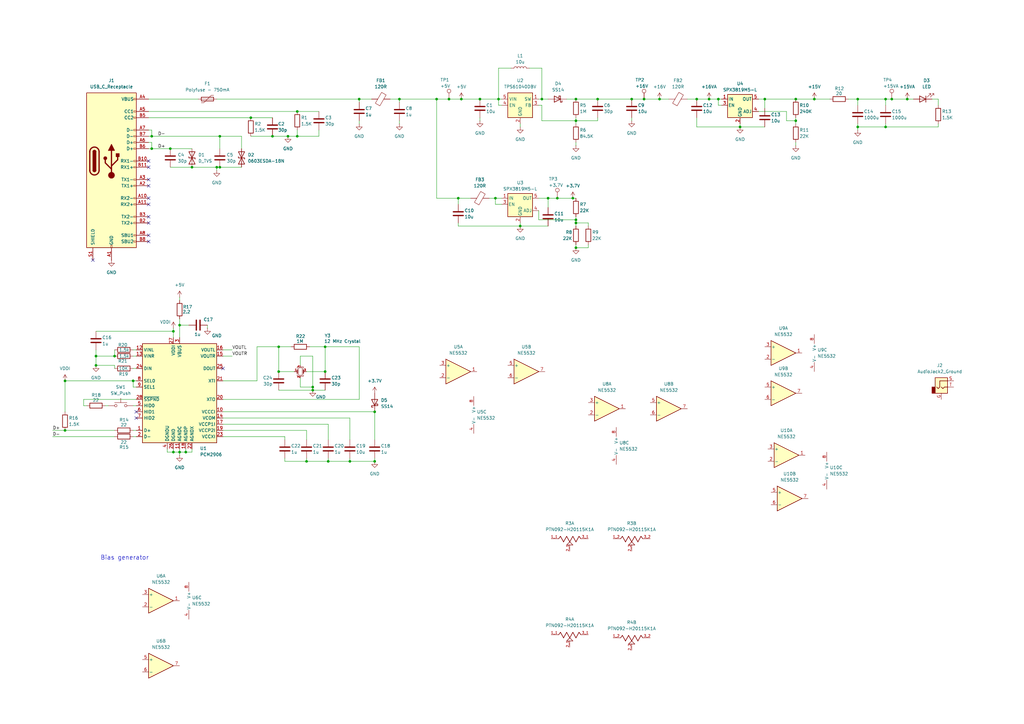
<source format=kicad_sch>
(kicad_sch (version 20250114) (generator "eeschema") (generator_version "9.0")
  (paper "A3")
  (text "Bias generator \n" (at 51.816 228.854 0) (effects (font (size 1.778 1.778))))
  (junction (at 204.47 40.64))
  (junction (at 39.37 149.86))
  (junction (at 236.22 49.53))
  (junction (at 245.11 40.64))
  (junction (at 313.69 40.64))
  (junction (at 118.11 55.88))
  (junction (at 134.62 189.23))
  (junction (at 62.23 55.88))
  (junction (at 90.17 68.58))
  (junction (at 224.79 81.28))
  (junction (at 143.51 189.23))
  (junction (at 189.23 40.64))
  (junction (at 184.15 40.64))
  (junction (at 102.87 48.26))
  (junction (at 54.61 156.21))
  (junction (at 71.12 135.89))
  (junction (at 114.3 142.24))
  (junction (at 46.99 146.05))
  (junction (at 236.22 91.44))
  (junction (at 90.17 55.88))
  (junction (at 290.83 40.64))
  (junction (at 351.79 52.07))
  (junction (at 111.76 55.88))
  (junction (at 153.67 189.23))
  (junction (at 222.25 40.64))
  (junction (at 179.07 40.64))
  (junction (at 196.85 40.64))
  (junction (at 39.37 146.05))
  (junction (at 363.22 40.64))
  (junction (at 270.51 40.64))
  (junction (at 121.92 45.72))
  (junction (at 114.3 152.4))
  (junction (at 128.27 158.75))
  (junction (at 228.6 81.28))
  (junction (at 334.01 40.64))
  (junction (at 351.79 40.64))
  (junction (at 147.32 40.64))
  (junction (at 264.16 40.64))
  (junction (at 76.2 185.42))
  (junction (at 285.75 40.64))
  (junction (at 128.27 160.02))
  (junction (at 234.95 81.28))
  (junction (at 365.76 40.64))
  (junction (at 71.12 185.42))
  (junction (at 326.39 40.64))
  (junction (at 326.39 49.53))
  (junction (at 26.67 156.21))
  (junction (at 187.96 81.28))
  (junction (at 203.2 81.28))
  (junction (at 236.22 101.6))
  (junction (at 372.11 40.64))
  (junction (at 236.22 90.17))
  (junction (at 294.64 40.64))
  (junction (at 26.67 176.53))
  (junction (at 163.83 40.64))
  (junction (at 153.67 168.91))
  (junction (at 73.66 185.42))
  (junction (at 88.9 68.58))
  (junction (at 121.92 55.88))
  (junction (at 133.35 142.24))
  (junction (at 363.22 52.07))
  (junction (at 62.23 60.96))
  (junction (at 259.08 40.64))
  (junction (at 125.73 189.23))
  (junction (at 73.66 133.35))
  (junction (at 133.35 152.4))
  (junction (at 213.36 92.71))
  (junction (at 78.74 68.58))
  (junction (at 303.53 52.07))
  (junction (at 69.85 60.96))
  (junction (at 236.22 40.64))
  (no_connect (at 60.96 66.04))
  (no_connect (at 60.96 96.52))
  (no_connect (at 55.88 168.91))
  (no_connect (at 38.1 106.68))
  (no_connect (at 60.96 99.06))
  (no_connect (at 60.96 76.2))
  (no_connect (at 60.96 73.66))
  (no_connect (at 60.96 88.9))
  (no_connect (at 60.96 68.58))
  (no_connect (at 60.96 81.28))
  (no_connect (at 60.96 83.82))
  (no_connect (at 55.88 171.45))
  (no_connect (at 60.96 91.44))
  (no_connect (at 91.44 151.13))
  (wire (pts (xy 105.41 142.24) (xy 114.3 142.24)))
  (wire (pts (xy 88.9 40.64) (xy 147.32 40.64)))
  (wire (pts (xy 125.73 152.4) (xy 133.35 152.4)))
  (wire (pts (xy 163.83 40.64) (xy 163.83 41.91)))
  (wire (pts (xy 241.3 101.6) (xy 241.3 100.33)))
  (wire (pts (xy 313.69 52.07) (xy 303.53 52.07)))
  (wire (pts (xy 143.51 187.96) (xy 143.51 189.23)))
  (wire (pts (xy 153.67 189.23) (xy 153.67 187.96)))
  (wire (pts (xy 62.23 55.88) (xy 90.17 55.88)))
  (wire (pts (xy 313.69 40.64) (xy 326.39 40.64)))
  (wire (pts (xy 54.61 176.53) (xy 55.88 176.53)))
  (wire (pts (xy 116.84 187.96) (xy 116.84 189.23)))
  (wire (pts (xy 163.83 50.8) (xy 163.83 49.53)))
  (wire (pts (xy 55.88 156.21) (xy 54.61 156.21)))
  (wire (pts (xy 55.88 163.83) (xy 34.29 163.83)))
  (wire (pts (xy 184.15 40.64) (xy 189.23 40.64)))
  (wire (pts (xy 111.76 55.88) (xy 118.11 55.88)))
  (wire (pts (xy 187.96 81.28) (xy 179.07 81.28)))
  (wire (pts (xy 236.22 48.26) (xy 236.22 49.53)))
  (wire (pts (xy 60.96 40.64) (xy 81.28 40.64)))
  (wire (pts (xy 71.12 185.42) (xy 73.66 185.42)))
  (wire (pts (xy 363.22 50.8) (xy 363.22 52.07)))
  (wire (pts (xy 313.69 40.64) (xy 313.69 44.45)))
  (wire (pts (xy 363.22 52.07) (xy 384.81 52.07)))
  (wire (pts (xy 128.27 146.05) (xy 128.27 158.75)))
  (wire (pts (xy 73.66 186.69) (xy 73.66 185.42)))
  (wire (pts (xy 21.59 179.07) (xy 46.99 179.07)))
  (wire (pts (xy 222.25 43.18) (xy 222.25 49.53)))
  (wire (pts (xy 236.22 58.42) (xy 236.22 59.69)))
  (wire (pts (xy 232.41 40.64) (xy 236.22 40.64)))
  (wire (pts (xy 133.35 142.24) (xy 133.35 152.4)))
  (wire (pts (xy 121.92 55.88) (xy 118.11 55.88)))
  (wire (pts (xy 73.66 130.81) (xy 73.66 133.35)))
  (wire (pts (xy 54.61 156.21) (xy 26.67 156.21)))
  (wire (pts (xy 125.73 180.34) (xy 125.73 176.53)))
  (wire (pts (xy 76.2 185.42) (xy 73.66 185.42)))
  (wire (pts (xy 99.06 55.88) (xy 90.17 55.88)))
  (wire (pts (xy 91.44 176.53) (xy 125.73 176.53)))
  (wire (pts (xy 384.81 40.64) (xy 382.27 40.64)))
  (wire (pts (xy 326.39 59.69) (xy 326.39 58.42)))
  (wire (pts (xy 236.22 101.6) (xy 241.3 101.6)))
  (wire (pts (xy 204.47 40.64) (xy 205.74 40.64)))
  (wire (pts (xy 90.17 68.58) (xy 99.06 68.58)))
  (wire (pts (xy 322.58 49.53) (xy 326.39 49.53)))
  (wire (pts (xy 62.23 53.34) (xy 62.23 55.88)))
  (wire (pts (xy 147.32 41.91) (xy 147.32 40.64)))
  (wire (pts (xy 311.15 45.72) (xy 322.58 45.72)))
  (wire (pts (xy 236.22 91.44) (xy 236.22 92.71)))
  (wire (pts (xy 228.6 81.28) (xy 234.95 81.28)))
  (wire (pts (xy 54.61 143.51) (xy 55.88 143.51)))
  (wire (pts (xy 102.87 48.26) (xy 111.76 48.26)))
  (wire (pts (xy 68.58 184.15) (xy 68.58 185.42)))
  (wire (pts (xy 374.65 40.64) (xy 372.11 40.64)))
  (wire (pts (xy 147.32 40.64) (xy 152.4 40.64)))
  (wire (pts (xy 143.51 180.34) (xy 143.51 171.45)))
  (wire (pts (xy 311.15 40.64) (xy 313.69 40.64)))
  (wire (pts (xy 351.79 52.07) (xy 363.22 52.07)))
  (wire (pts (xy 134.62 180.34) (xy 134.62 173.99)))
  (wire (pts (xy 236.22 49.53) (xy 245.11 49.53)))
  (wire (pts (xy 351.79 52.07) (xy 351.79 50.8)))
  (wire (pts (xy 222.25 40.64) (xy 220.98 40.64)))
  (wire (pts (xy 163.83 40.64) (xy 179.07 40.64)))
  (wire (pts (xy 295.91 43.18) (xy 294.64 43.18)))
  (wire (pts (xy 39.37 143.51) (xy 39.37 146.05)))
  (wire (pts (xy 285.75 40.64) (xy 290.83 40.64)))
  (wire (pts (xy 55.88 158.75) (xy 54.61 158.75)))
  (wire (pts (xy 39.37 135.89) (xy 71.12 135.89)))
  (wire (pts (xy 62.23 58.42) (xy 62.23 60.96)))
  (wire (pts (xy 46.99 143.51) (xy 46.99 146.05)))
  (wire (pts (xy 147.32 163.83) (xy 147.32 142.24)))
  (wire (pts (xy 179.07 81.28) (xy 179.07 40.64)))
  (wire (pts (xy 121.92 55.88) (xy 130.81 55.88)))
  (wire (pts (xy 127 142.24) (xy 133.35 142.24)))
  (wire (pts (xy 128.27 158.75) (xy 123.19 158.75)))
  (wire (pts (xy 224.79 81.28) (xy 228.6 81.28)))
  (wire (pts (xy 204.47 43.18) (xy 204.47 40.64)))
  (wire (pts (xy 21.59 176.53) (xy 26.67 176.53)))
  (wire (pts (xy 196.85 40.64) (xy 204.47 40.64)))
  (wire (pts (xy 236.22 40.64) (xy 245.11 40.64)))
  (wire (pts (xy 90.17 68.58) (xy 88.9 68.58)))
  (wire (pts (xy 102.87 55.88) (xy 111.76 55.88)))
  (wire (pts (xy 121.92 45.72) (xy 130.81 45.72)))
  (wire (pts (xy 351.79 40.64) (xy 351.79 43.18)))
  (wire (pts (xy 71.12 135.89) (xy 71.12 138.43)))
  (wire (pts (xy 26.67 156.21) (xy 26.67 168.91)))
  (wire (pts (xy 119.38 142.24) (xy 114.3 142.24)))
  (wire (pts (xy 294.64 40.64) (xy 295.91 40.64)))
  (wire (pts (xy 220.98 43.18) (xy 222.25 43.18)))
  (wire (pts (xy 123.19 146.05) (xy 123.19 149.86)))
  (wire (pts (xy 133.35 142.24) (xy 147.32 142.24)))
  (wire (pts (xy 78.74 185.42) (xy 76.2 185.42)))
  (wire (pts (xy 114.3 160.02) (xy 128.27 160.02)))
  (wire (pts (xy 39.37 146.05) (xy 46.99 146.05)))
  (wire (pts (xy 205.74 43.18) (xy 204.47 43.18)))
  (wire (pts (xy 187.96 92.71) (xy 213.36 92.71)))
  (wire (pts (xy 241.3 92.71) (xy 241.3 91.44)))
  (wire (pts (xy 60.96 60.96) (xy 62.23 60.96)))
  (wire (pts (xy 46.99 149.86) (xy 39.37 149.86)))
  (wire (pts (xy 213.36 92.71) (xy 213.36 91.44)))
  (wire (pts (xy 60.96 48.26) (xy 102.87 48.26)))
  (wire (pts (xy 60.96 58.42) (xy 62.23 58.42)))
  (wire (pts (xy 303.53 52.07) (xy 303.53 50.8)))
  (wire (pts (xy 91.44 163.83) (xy 147.32 163.83)))
  (wire (pts (xy 224.79 81.28) (xy 224.79 85.09)))
  (wire (pts (xy 259.08 48.26) (xy 259.08 49.53)))
  (wire (pts (xy 91.44 179.07) (xy 116.84 179.07)))
  (wire (pts (xy 68.58 185.42) (xy 71.12 185.42)))
  (wire (pts (xy 73.66 185.42) (xy 73.66 184.15)))
  (wire (pts (xy 116.84 180.34) (xy 116.84 179.07)))
  (wire (pts (xy 236.22 90.17) (xy 236.22 91.44)))
  (wire (pts (xy 285.75 52.07) (xy 303.53 52.07)))
  (wire (pts (xy 46.99 151.13) (xy 46.99 149.86)))
  (wire (pts (xy 203.2 83.82) (xy 203.2 81.28)))
  (wire (pts (xy 69.85 60.96) (xy 78.74 60.96)))
  (wire (pts (xy 322.58 45.72) (xy 322.58 49.53)))
  (wire (pts (xy 69.85 68.58) (xy 78.74 68.58)))
  (wire (pts (xy 73.66 133.35) (xy 77.47 133.35)))
  (wire (pts (xy 365.76 40.64) (xy 372.11 40.64)))
  (wire (pts (xy 236.22 101.6) (xy 236.22 100.33)))
  (wire (pts (xy 114.3 142.24) (xy 114.3 152.4)))
  (wire (pts (xy 351.79 53.34) (xy 351.79 52.07)))
  (wire (pts (xy 34.29 166.37) (xy 35.56 166.37)))
  (wire (pts (xy 363.22 40.64) (xy 365.76 40.64)))
  (wire (pts (xy 54.61 151.13) (xy 55.88 151.13)))
  (wire (pts (xy 60.96 45.72) (xy 121.92 45.72)))
  (wire (pts (xy 134.62 189.23) (xy 143.51 189.23)))
  (wire (pts (xy 76.2 184.15) (xy 76.2 185.42)))
  (wire (pts (xy 363.22 40.64) (xy 363.22 43.18)))
  (wire (pts (xy 90.17 55.88) (xy 90.17 60.96)))
  (wire (pts (xy 220.98 90.17) (xy 236.22 90.17)))
  (wire (pts (xy 91.44 173.99) (xy 134.62 173.99)))
  (wire (pts (xy 71.12 184.15) (xy 71.12 185.42)))
  (wire (pts (xy 114.3 152.4) (xy 120.65 152.4)))
  (wire (pts (xy 88.9 68.58) (xy 88.9 69.85)))
  (wire (pts (xy 234.95 81.28) (xy 236.22 81.28)))
  (wire (pts (xy 187.96 92.71) (xy 187.96 91.44)))
  (wire (pts (xy 91.44 146.05) (xy 95.25 146.05)))
  (wire (pts (xy 205.74 83.82) (xy 203.2 83.82)))
  (wire (pts (xy 121.92 55.88) (xy 121.92 53.34)))
  (wire (pts (xy 241.3 91.44) (xy 236.22 91.44)))
  (wire (pts (xy 54.61 146.05) (xy 55.88 146.05)))
  (wire (pts (xy 213.36 52.07) (xy 213.36 50.8)))
  (wire (pts (xy 351.79 40.64) (xy 363.22 40.64)))
  (wire (pts (xy 99.06 60.96) (xy 99.06 55.88)))
  (wire (pts (xy 193.04 81.28) (xy 187.96 81.28)))
  (wire (pts (xy 60.96 53.34) (xy 62.23 53.34)))
  (wire (pts (xy 179.07 40.64) (xy 184.15 40.64)))
  (wire (pts (xy 91.44 168.91) (xy 153.67 168.91)))
  (wire (pts (xy 213.36 92.71) (xy 224.79 92.71)))
  (wire (pts (xy 26.67 176.53) (xy 46.99 176.53)))
  (wire (pts (xy 78.74 184.15) (xy 78.74 185.42)))
  (wire (pts (xy 264.16 40.64) (xy 270.51 40.64)))
  (wire (pts (xy 236.22 49.53) (xy 236.22 50.8)))
  (wire (pts (xy 78.74 68.58) (xy 88.9 68.58)))
  (wire (pts (xy 384.81 50.8) (xy 384.81 52.07)))
  (wire (pts (xy 270.51 40.64) (xy 274.32 40.64)))
  (wire (pts (xy 143.51 189.23) (xy 153.67 189.23)))
  (wire (pts (xy 128.27 160.02) (xy 128.27 158.75)))
  (wire (pts (xy 91.44 143.51) (xy 95.25 143.51)))
  (wire (pts (xy 196.85 49.53) (xy 196.85 48.26)))
  (wire (pts (xy 326.39 40.64) (xy 334.01 40.64)))
  (wire (pts (xy 130.81 55.88) (xy 130.81 53.34)))
  (wire (pts (xy 285.75 48.26) (xy 285.75 52.07)))
  (wire (pts (xy 334.01 40.64) (xy 340.36 40.64)))
  (wire (pts (xy 347.98 40.64) (xy 351.79 40.64)))
  (wire (pts (xy 43.18 166.37) (xy 44.45 166.37)))
  (wire (pts (xy 62.23 60.96) (xy 69.85 60.96)))
  (wire (pts (xy 128.27 160.02) (xy 133.35 160.02)))
  (wire (pts (xy 290.83 40.64) (xy 294.64 40.64)))
  (wire (pts (xy 326.39 49.53) (xy 326.39 50.8)))
  (wire (pts (xy 236.22 88.9) (xy 236.22 90.17)))
  (wire (pts (xy 85.09 134.62) (xy 85.09 133.35)))
  (wire (pts (xy 203.2 81.28) (xy 205.74 81.28)))
  (wire (pts (xy 187.96 81.28) (xy 187.96 83.82)))
  (wire (pts (xy 326.39 48.26) (xy 326.39 49.53)))
  (wire (pts (xy 294.64 43.18) (xy 294.64 40.64)))
  (wire (pts (xy 54.61 158.75) (xy 54.61 156.21)))
  (wire (pts (xy 116.84 189.23) (xy 125.73 189.23)))
  (wire (pts (xy 105.41 156.21) (xy 91.44 156.21)))
  (wire (pts (xy 71.12 134.62) (xy 71.12 135.89)))
  (wire (pts (xy 153.67 168.91) (xy 153.67 180.34)))
  (wire (pts (xy 200.66 81.28) (xy 203.2 81.28)))
  (wire (pts (xy 54.61 179.07) (xy 55.88 179.07)))
  (wire (pts (xy 220.98 81.28) (xy 224.79 81.28)))
  (wire (pts (xy 160.02 40.64) (xy 163.83 40.64)))
  (wire (pts (xy 189.23 40.64) (xy 196.85 40.64)))
  (wire (pts (xy 60.96 55.88) (xy 62.23 55.88)))
  (wire (pts (xy 384.81 43.18) (xy 384.81 40.64)))
  (wire (pts (xy 147.32 50.8) (xy 147.32 49.53)))
  (wire (pts (xy 222.25 40.64) (xy 224.79 40.64)))
  (wire (pts (xy 281.94 40.64) (xy 285.75 40.64)))
  (wire (pts (xy 259.08 40.64) (xy 264.16 40.64)))
  (wire (pts (xy 134.62 187.96) (xy 134.62 189.23)))
  (wire (pts (xy 54.61 166.37) (xy 55.88 166.37)))
  (wire (pts (xy 245.11 48.26) (xy 245.11 49.53)))
  (wire (pts (xy 209.55 27.94) (xy 204.47 27.94)))
  (wire (pts (xy 204.47 27.94) (xy 204.47 40.64)))
  (wire (pts (xy 222.25 27.94) (xy 222.25 40.64)))
  (wire (pts (xy 220.98 86.36) (xy 220.98 90.17)))
  (wire (pts (xy 125.73 189.23) (xy 134.62 189.23)))
  (wire (pts (xy 123.19 146.05) (xy 128.27 146.05)))
  (wire (pts (xy 105.41 142.24) (xy 105.41 156.21)))
  (wire (pts (xy 217.17 27.94) (xy 222.25 27.94)))
  (wire (pts (xy 123.19 154.94) (xy 123.19 158.75)))
  (wire (pts (xy 222.25 49.53) (xy 236.22 49.53)))
  (wire (pts (xy 34.29 163.83) (xy 34.29 166.37)))
  (wire (pts (xy 73.66 123.19) (xy 73.66 121.92)))
  (wire (pts (xy 39.37 146.05) (xy 39.37 149.86)))
  (wire (pts (xy 245.11 40.64) (xy 259.08 40.64)))
  (wire (pts (xy 73.66 133.35) (xy 73.66 138.43)))
  (wire (pts (xy 91.44 171.45) (xy 143.51 171.45)))
  (wire (pts (xy 125.73 187.96) (xy 125.73 189.23)))
  (label "D+" (at 21.59 176.53 0))
  (label "D-" (at 21.59 179.07 0))
  (label "D-" (at 64.77 55.88 0))
  (label "VOUTL" (at 95.25 143.51 0))
  (label "VOUTR" (at 95.25 146.05 0))
  (label "D+" (at 64.77 60.96 0))
  (symbol (lib_id "power:+3.3V") (at 270.51 40.64 0) (unit 1)
    (property "Reference" "#PWR014" (effects (hide yes)))
    (property "Value" "+16V" (at 270.51 35.56 0))
    (property "Description" "Power symbol creates a global label with name \"+3.3V\"" (effects (hide yes)))
  )
  (symbol (lib_id "power:GND") (at 45.72 106.68 0) (unit 1)
    (property "Reference" "#PWR06" (effects (hide yes)))
    (property "Value" "GND" (at 45.72 111.76 0))
    (property "Description" "Power symbol creates a global label with name \"GND\" , ground" (effects (hide yes)))
  )
  (symbol (lib_id "Amplifier_Operational:NE5532") (at 187.96 152.4 0) (unit 1)
    (property "Reference" "U5" (at 187.96 142.24 0))
    (property "Value" "NE5532" (at 187.96 144.78 0))
    (property "Datasheet" "http://www.ti.com/lit/ds/symlink/ne5532.pdf" (effects (hide yes)))
    (property "Description" "Dual Low-Noise Operational Amplifiers, DIP-8/SOIC-8" (effects (hide yes)))
  )
  (symbol (lib_id "Amplifier_Operational:NE5532") (at 323.85 204.47 0) (unit 2)
    (property "Reference" "U10" (at 323.85 194.31 0))
    (property "Value" "NE5532" (at 323.85 196.85 0))
    (property "Datasheet" "http://www.ti.com/lit/ds/symlink/ne5532.pdf" (effects (hide yes)))
    (property "Description" "Dual Low-Noise Operational Amplifiers, DIP-8/SOIC-8" (effects (hide yes)))
  )
  (symbol (lib_id "power:GND") (at 85.09 134.62 0) (unit 1)
    (property "Reference" "#PWR026" (effects (hide yes)))
    (property "Value" "GND" (at 88.9 137.668 0))
    (property "Description" "Power symbol creates a global label with name \"GND\" , ground" (effects (hide yes)))
  )
  (symbol (lib_id "power:+3.3V") (at 290.83 40.64 0) (unit 1)
    (property "Reference" "#PWR021" (effects (hide yes)))
    (property "Value" "+16VA" (at 290.83 35.56 0))
    (property "Description" "Power symbol creates a global label with name \"+3.3V\"" (effects (hide yes)))
  )
  (symbol (lib_id "power:GND") (at 118.11 55.88 0) (unit 1)
    (property "Reference" "#PWR01" (effects (hide yes)))
    (property "Value" "GND" (at 118.11 60.96 0))
    (property "Description" "Power symbol creates a global label with name \"GND\" , ground" (effects (hide yes)))
  )
  (symbol (lib_id "Device:C") (at 39.37 139.7 0) (unit 1)
    (property "Reference" "C16" (at 41.91 138.43 0) (effects (justify left)))
    (property "Value" "1u" (at 41.91 140.97 0) (effects (justify left)))
    (property "Description" "Unpolarized capacitor" (effects (hide yes)))
  )
  (symbol (lib_id "Device:FerriteBead") (at 278.13 40.64 90) (unit 1)
    (property "Reference" "FB2" (at 278.0792 33.02 90))
    (property "Value" "120R" (at 278.0792 35.56 90))
    (property "Description" "Ferrite bead" (effects (hide yes)))
  )
  (symbol (lib_id "Amplifier_Operational:NE5532") (at 322.58 186.69 0) (unit 1)
    (property "Reference" "U10" (at 322.58 176.53 0))
    (property "Value" "NE5532" (at 322.58 179.07 0))
    (property "Datasheet" "http://www.ti.com/lit/ds/symlink/ne5532.pdf" (effects (hide yes)))
    (property "Description" "Dual Low-Noise Operational Amplifiers, DIP-8/SOIC-8" (effects (hide yes)))
  )
  (symbol (lib_id "Amplifier_Operational:NE5532") (at 336.55 144.78 0) (unit 3)
    (property "Reference" "U9" (at 335.28 143.5099 0) (effects (justify left)))
    (property "Value" "NE5532" (at 335.28 146.0499 0) (effects (justify left)))
    (property "Datasheet" "http://www.ti.com/lit/ds/symlink/ne5532.pdf" (effects (hide yes)))
    (property "Description" "Dual Low-Noise Operational Amplifiers, DIP-8/SOIC-8" (effects (hide yes)))
  )
  (symbol (lib_id "Device:R") (at 26.67 172.72 0) (unit 1)
    (property "Reference" "R16" (at 28.194 171.45 0) (effects (justify left)))
    (property "Value" "1.5K" (at 28.194 173.99 0) (effects (justify left)))
    (property "Description" "Resistor" (effects (hide yes)))
  )
  (symbol (lib_id "Connector:USB_C_Receptacle") (at 45.72 66.04 0) (unit 1)
    (property "Reference" "J1" (at 45.72 33.02 0))
    (property "Value" "USB_C_Receptacle" (at 45.72 35.56 0))
    (property "Datasheet" "https://www.usb.org/sites/default/files/documents/usb_type-c.zip" (effects (hide yes)))
    (property "Description" "USB Full-Featured Type-C Receptacle connector" (effects (hide yes)))
  )
  (symbol (lib_id "Device:D_TVS") (at 99.06 64.77 90) (unit 1)
    (property "Reference" "D2" (at 101.6 63.4999 90) (effects (justify right)))
    (property "Value" "0603ESDA-18N" (at 101.6 66.0399 90) (effects (justify right)))
    (property "Description" "Bidirectional transient-voltage-suppression diode" (effects (hide yes)))
  )
  (symbol (lib_id "Amplifier_Operational:NE5532") (at 215.9 152.4 0) (unit 2)
    (property "Reference" "U5" (at 215.9 142.24 0))
    (property "Value" "NE5532" (at 215.9 144.78 0))
    (property "Datasheet" "http://www.ti.com/lit/ds/symlink/ne5532.pdf" (effects (hide yes)))
    (property "Description" "Dual Low-Noise Operational Amplifiers, DIP-8/SOIC-8" (effects (hide yes)))
  )
  (symbol (lib_id "power:GND") (at 128.27 160.02 0) (unit 1)
    (property "Reference" "#PWR029" (effects (hide yes)))
    (property "Value" "GND" (at 131.572 162.814 0))
    (property "Description" "Power symbol creates a global label with name \"GND\" , ground" (effects (hide yes)))
  )
  (symbol (lib_id "Amplifier_Operational:NE5532") (at 321.31 161.29 0) (unit 2)
    (property "Reference" "U9" (at 321.31 151.13 0))
    (property "Value" "NE5532" (at 321.31 153.67 0))
    (property "Datasheet" "http://www.ti.com/lit/ds/symlink/ne5532.pdf" (effects (hide yes)))
    (property "Description" "Dual Low-Noise Operational Amplifiers, DIP-8/SOIC-8" (effects (hide yes)))
  )
  (symbol (lib_id "power:GND") (at 213.36 52.07 0) (unit 1)
    (property "Reference" "#PWR08" (effects (hide yes)))
    (property "Value" "GND" (at 213.36 57.15 0))
    (property "Description" "Power symbol creates a global label with name \"GND\" , ground" (effects (hide yes)))
  )
  (symbol (lib_id "Regulator_Linear:SPX3819M5-L") (at 213.36 83.82 0) (unit 1)
    (property "Reference" "U3" (at 213.36 74.93 0))
    (property "Value" "SPX3819M5-L" (at 213.36 77.47 0))
    (property "Footprint" "Package_TO_SOT_SMD:SOT-23-5" (effects (hide yes)))
    (property "Datasheet" "https://www.exar.com/content/document.ashx?id=22106&languageid=1033&type=Datasheet&partnumber=SPX3819&filename=SPX3819.pdf&part=SPX3819" (effects (hide yes)))
    (property "Description" "500mA Low drop-out regulator, Adjustable, SOT-23-5" (effects (hide yes)))
  )
  (symbol (lib_id "PTN092-H20115K1A:PTN092-H20115K1A") (at 233.68 260.35 0) (unit 1)
    (property "Reference" "R4" (at 233.68 254 0))
    (property "Value" "PTN092-H20115K1A" (at 233.68 256.54 0))
    (property "Footprint" "PTN092-H20115K1A:TRIM_PTN092-H20115K1A" (effects (hide yes)))
    (property "DigiKey_Part_Number" "2223-PTN092-H20115K1A-ND" (effects (hide yes)))
    (property "SnapEDA_Link" "https://www.snapeda.com/parts/PTN092-H20115K1A/Same+Sky/view-part/?ref=snap" (effects (hide yes)))
    (property "MAXIMUM_PACKAGE_HEIGHT" "11.3mm" (effects (hide yes)))
    (property "Package" "Package" (effects (hide yes)))
    (property "Check_prices" "https://www.snapeda.com/parts/PTN092-H20115K1A/Same+Sky/view-part/?ref=eda" (effects (hide yes)))
    (property "STANDARD" "Manufacturer Recommendations" (effects (hide yes)))
    (property "PARTREV" "1.01" (effects (hide yes)))
    (property "MF" "Same Sky" (effects (hide yes)))
    (property "MP" "PTN092-H20115K1A" (effects (hide yes)))
    (property "Description_1" "20k Ohm 2 Gang Logarithmic Panel Mount Potentiometer 1.0 Turns Carbon 0.05W, 1/20W PC Pins, Board Locks" (effects (hide yes)))
    (property "MANUFACTURER" "Same Sky" (effects (hide yes)))
  )
  (symbol (lib_id "power:GND") (at 163.83 50.8 0) (unit 1)
    (property "Reference" "#PWR05" (effects (hide yes)))
    (property "Value" "GND" (at 163.83 55.88 0))
    (property "Description" "Power symbol creates a global label with name \"GND\" , ground" (effects (hide yes)))
  )
  (symbol (lib_id "Regulator_Linear:SPX3819M5-L") (at 303.53 43.18 0) (unit 1)
    (property "Reference" "U4" (at 303.53 34.29 0))
    (property "Value" "SPX3819M5-L" (at 303.53 36.83 0))
    (property "Footprint" "Package_TO_SOT_SMD:SOT-23-5" (effects (hide yes)))
    (property "Datasheet" "https://www.exar.com/content/document.ashx?id=22106&languageid=1033&type=Datasheet&partnumber=SPX3819&filename=SPX3819.pdf&part=SPX3819" (effects (hide yes)))
    (property "Description" "500mA Low drop-out regulator, Adjustable, SOT-23-5" (effects (hide yes)))
  )
  (symbol (lib_id "Device:FerriteBead") (at 196.85 81.28 90) (unit 1)
    (property "Reference" "FB3" (at 196.7992 73.66 90))
    (property "Value" "120R" (at 196.7992 76.2 90))
    (property "Description" "Ferrite bead" (effects (hide yes)))
  )
  (symbol (lib_id "Device:C") (at 196.85 44.45 0) (unit 1)
    (property "Reference" "C1" (at 199.39 43.18 0) (effects (justify left)))
    (property "Value" "10u" (at 199.39 45.72 0) (effects (justify left)))
    (property "Description" "Unpolarized capacitor" (effects (hide yes)))
  )
  (symbol (lib_id "Connector:TestPoint") (at 228.6 81.28 0) (unit 1)
    (property "Reference" "TP3" (at 225.044 73.406 0) (effects (justify left)))
    (property "Value" "+3.7V" (at 225.044 75.946 0) (effects (justify left)))
    (property "Description" "test point" (effects (hide yes)))
  )
  (symbol (lib_id "Device:R") (at 50.8 143.51 90) (unit 1)
    (property "Reference" "R20" (at 52.324 141.478 90) (effects (justify left)))
    (property "Value" "1.5k" (at 53.086 143.51 90) (effects (justify left)))
    (property "Description" "Resistor" (effects (hide yes)))
  )
  (symbol (lib_id "Device:D_TVS") (at 78.74 64.77 90) (unit 1)
    (property "Reference" "D1" (at 81.28 63.4999 90) (effects (justify right)))
    (property "Value" "D_TVS" (at 81.28 66.0399 90) (effects (justify right)))
    (property "Description" "Bidirectional transient-voltage-suppression diode" (effects (hide yes)))
  )
  (symbol (lib_id "Amplifier_Operational:NE5532") (at 80.01 246.38 0) (unit 3)
    (property "Reference" "U6" (at 78.74 245.1099 0) (effects (justify left)))
    (property "Value" "NE5532" (at 78.74 247.6499 0) (effects (justify left)))
    (property "Datasheet" "http://www.ti.com/lit/ds/symlink/ne5532.pdf" (effects (hide yes)))
    (property "Description" "Dual Low-Noise Operational Amplifiers, DIP-8/SOIC-8" (effects (hide yes)))
  )
  (symbol (lib_id "Device:R") (at 50.8 151.13 90) (unit 1)
    (property "Reference" "R19" (at 52.578 153.416 90) (effects (justify left)))
    (property "Value" "10K" (at 52.578 151.13 90) (effects (justify left)))
    (property "Description" "Resistor" (effects (hide yes)))
  )
  (symbol (lib_id "power:+3.3V") (at 153.67 161.29 0) (unit 1)
    (property "Reference" "#PWR027" (effects (hide yes)))
    (property "Value" "+3.7V" (at 153.67 156.21 0))
    (property "Description" "Power symbol creates a global label with name \"+3.3V\"" (effects (hide yes)))
  )
  (symbol (lib_id "Device:C") (at 153.67 184.15 0) (unit 1)
    (property "Reference" "C18" (at 156.21 182.88 0) (effects (justify left)))
    (property "Value" "1u" (at 156.21 185.42 0) (effects (justify left)))
    (property "Description" "Unpolarized capacitor" (effects (hide yes)))
  )
  (symbol (lib_id "Device:C") (at 187.96 87.63 0) (unit 1)
    (property "Reference" "C10" (at 190.5 86.36 0) (effects (justify left)))
    (property "Value" "10u" (at 190.5 88.9 0) (effects (justify left)))
    (property "Description" "Unpolarized capacitor" (effects (hide yes)))
  )
  (symbol (lib_id "Device:R") (at 102.87 52.07 0) (unit 1)
    (property "Reference" "R2" (at 104.394 50.8 0) (effects (justify left)))
    (property "Value" "1.5K" (at 104.394 53.34 0) (effects (justify left)))
    (property "Description" "Resistor" (effects (hide yes)))
  )
  (symbol (lib_id "power:+3.3V") (at 189.23 40.64 0) (unit 1)
    (property "Reference" "#PWR013" (effects (hide yes)))
    (property "Value" "+5V" (at 189.23 35.56 0))
    (property "Description" "Power symbol creates a global label with name \"+3.3V\"" (effects (hide yes)))
  )
  (symbol (lib_id "Audio:PCM2902") (at 73.66 161.29 0) (unit 1)
    (property "Reference" "U1" (at 82.042 183.896 0) (effects (justify left)))
    (property "Value" "PCM2906" (at 82.042 186.436 0) (effects (justify left)))
    (property "Footprint" "Package_SO:SSOP-28_5.3x10.2mm_P0.65mm" (effects (hide yes)))
    (property "Datasheet" "http://www.ti.com/lit/ds/symlink/pcm2902c.pdf" (effects (hide yes)))
    (property "Description" "Stereo Audio Codec with USB interface, Analog Input/Output, and S/PDIF, SSOP-28" (effects (hide yes)))
  )
  (symbol (lib_id "Device:R") (at 236.22 44.45 0) (unit 1)
    (property "Reference" "R5" (at 237.744 43.18 0) (effects (justify left)))
    (property "Value" "1M" (at 237.744 45.72 0) (effects (justify left)))
    (property "Description" "Resistor" (effects (hide yes)))
  )
  (symbol (lib_id "Device:LED") (at 378.46 40.64 180) (unit 1)
    (property "Reference" "D3" (at 380.0475 33.02 0))
    (property "Value" "LED" (at 380.0475 35.56 0))
    (property "Description" "Light emitting diode" (effects (hide yes)))
    (property "Sim.Pins" "1=K 2=A" (effects (hide yes)))
  )
  (symbol (lib_id "Device:L") (at 213.36 27.94 90) (unit 1)
    (property "Reference" "L1" (at 213.36 22.86 90))
    (property "Value" "10u" (at 213.36 25.4 90))
    (property "Description" "Inductor" (effects (hide yes)))
  )
  (symbol (lib_id "Amplifier_Operational:NE5532") (at 196.85 170.18 0) (unit 3)
    (property "Reference" "U5" (at 195.58 168.9099 0) (effects (justify left)))
    (property "Value" "NE5532" (at 195.58 171.4499 0) (effects (justify left)))
    (property "Datasheet" "http://www.ti.com/lit/ds/symlink/ne5532.pdf" (effects (hide yes)))
    (property "Description" "Dual Low-Noise Operational Amplifiers, DIP-8/SOIC-8" (effects (hide yes)))
  )
  (symbol (lib_id "Device:C") (at 147.32 45.72 0) (unit 1)
    (property "Reference" "C7" (at 149.86 44.45 0) (effects (justify left)))
    (property "Value" "1u" (at 149.86 46.99 0) (effects (justify left)))
    (property "Description" "Unpolarized capacitor" (effects (hide yes)))
  )
  (symbol (lib_id "Device:R") (at 236.22 96.52 0) (mirror y) (unit 1)
    (property "Reference" "R8" (at 234.696 95.25 0) (effects (justify left)))
    (property "Value" "22K" (at 234.696 97.79 0) (effects (justify left)))
    (property "Description" "Resistor" (effects (hide yes)))
  )
  (symbol (lib_id "power:+3.3V") (at 334.01 40.64 0) (unit 1)
    (property "Reference" "#PWR019" (effects (hide yes)))
    (property "Value" "+15V" (at 334.01 35.56 0))
    (property "Description" "Power symbol creates a global label with name \"+3.3V\"" (effects (hide yes)))
  )
  (symbol (lib_id "Device:C") (at 224.79 88.9 0) (unit 1)
    (property "Reference" "C11" (at 227.33 87.63 0) (effects (justify left)))
    (property "Value" "10u" (at 227.33 90.17 0) (effects (justify left)))
    (property "Description" "Unpolarized capacitor" (effects (hide yes)))
  )
  (symbol (lib_id "Device:C") (at 90.17 64.77 0) (unit 1)
    (property "Reference" "C5" (at 92.964 63.5 0) (effects (justify left)))
    (property "Value" "30p" (at 92.964 66.04 0) (effects (justify left)))
    (property "Description" "Unpolarized capacitor" (effects (hide yes)))
  )
  (symbol (lib_id "Amplifier_Operational:NE5532") (at 66.04 246.38 0) (unit 1)
    (property "Reference" "U6" (at 66.04 236.22 0))
    (property "Value" "NE5532" (at 66.04 238.76 0))
    (property "Datasheet" "http://www.ti.com/lit/ds/symlink/ne5532.pdf" (effects (hide yes)))
    (property "Description" "Dual Low-Noise Operational Amplifiers, DIP-8/SOIC-8" (effects (hide yes)))
  )
  (symbol (lib_id "Regulator_Switching:TPS61040DBV") (at 213.36 43.18 0) (unit 1)
    (property "Reference" "U2" (at 213.36 33.02 0))
    (property "Value" "TPS61040DBV" (at 213.36 35.56 0))
    (property "Footprint" "Package_TO_SOT_SMD:SOT-23-5" (effects (hide yes)))
    (property "Datasheet" "http://www.ti.com/lit/ds/symlink/tps61040.pdf" (effects (hide yes)))
    (property "Description" "Synchronous Boost Regulator, Adjustable Output up to 28V, 400 mA Switch Current Limit, SOT-23-5" (effects (hide yes)))
  )
  (symbol (lib_id "Device:R") (at 123.19 142.24 90) (unit 1)
    (property "Reference" "R22" (at 125.222 137.922 90) (effects (justify left)))
    (property "Value" "1M" (at 124.46 139.954 90) (effects (justify left)))
    (property "Description" "Resistor" (effects (hide yes)))
  )
  (symbol (lib_id "Amplifier_Operational:NE5532") (at 255.27 182.88 0) (unit 3)
    (property "Reference" "U8" (at 254 181.6099 0) (effects (justify left)))
    (property "Value" "NE5532" (at 254 184.1499 0) (effects (justify left)))
    (property "Datasheet" "http://www.ti.com/lit/ds/symlink/ne5532.pdf" (effects (hide yes)))
    (property "Description" "Dual Low-Noise Operational Amplifiers, DIP-8/SOIC-8" (effects (hide yes)))
  )
  (symbol (lib_id "power:GND") (at 153.67 189.23 0) (unit 1)
    (property "Reference" "#PWR028" (effects (hide yes)))
    (property "Value" "GND" (at 153.67 194.31 0))
    (property "Description" "Power symbol creates a global label with name \"GND\" , ground" (effects (hide yes)))
  )
  (symbol (lib_id "power:GND") (at 303.53 52.07 0) (unit 1)
    (property "Reference" "#PWR016" (effects (hide yes)))
    (property "Value" "GND" (at 303.53 57.15 0))
    (property "Description" "Power symbol creates a global label with name \"GND\" , ground" (effects (hide yes)))
  )
  (symbol (lib_id "Device:C") (at 125.73 184.15 0) (unit 1)
    (property "Reference" "C21" (at 128.27 182.88 0) (effects (justify left)))
    (property "Value" "1u" (at 128.27 185.42 0) (effects (justify left)))
    (property "Description" "Unpolarized capacitor" (effects (hide yes)))
  )
  (symbol (lib_id "power:GND") (at 73.66 186.69 0) (unit 1)
    (property "Reference" "#PWR02" (effects (hide yes)))
    (property "Value" "GND" (at 73.66 191.77 0))
    (property "Description" "Power symbol creates a global label with name \"GND\" , ground" (effects (hide yes)))
  )
  (symbol (lib_id "Device:R") (at 39.37 166.37 90) (unit 1)
    (property "Reference" "R18" (at 41.402 162.052 90) (effects (justify left)))
    (property "Value" "22" (at 40.64 164.084 90) (effects (justify left)))
    (property "Description" "Resistor" (effects (hide yes)))
  )
  (symbol (lib_id "Device:C") (at 351.79 46.99 0) (unit 1)
    (property "Reference" "C14" (at 354.33 45.72 0) (effects (justify left)))
    (property "Value" "1000u" (at 354.33 48.26 0) (effects (justify left)))
    (property "Description" "Unpolarized capacitor" (effects (hide yes)))
  )
  (symbol (lib_id "PTN092-H20115K1A:PTN092-H20115K1A") (at 259.08 220.98 0) (unit 2)
    (property "Reference" "R3" (at 259.08 214.63 0))
    (property "Value" "PTN092-H20115K1A" (at 259.08 217.17 0))
    (property "Footprint" "PTN092-H20115K1A:TRIM_PTN092-H20115K1A" (effects (hide yes)))
    (property "DigiKey_Part_Number" "2223-PTN092-H20115K1A-ND" (effects (hide yes)))
    (property "SnapEDA_Link" "https://www.snapeda.com/parts/PTN092-H20115K1A/Same+Sky/view-part/?ref=snap" (effects (hide yes)))
    (property "MAXIMUM_PACKAGE_HEIGHT" "11.3mm" (effects (hide yes)))
    (property "Package" "Package" (effects (hide yes)))
    (property "Check_prices" "https://www.snapeda.com/parts/PTN092-H20115K1A/Same+Sky/view-part/?ref=eda" (effects (hide yes)))
    (property "STANDARD" "Manufacturer Recommendations" (effects (hide yes)))
    (property "PARTREV" "1.01" (effects (hide yes)))
    (property "MF" "Same Sky" (effects (hide yes)))
    (property "MP" "PTN092-H20115K1A" (effects (hide yes)))
    (property "Description_1" "20k Ohm 2 Gang Logarithmic Panel Mount Potentiometer 1.0 Turns Carbon 0.05W, 1/20W PC Pins, Board Locks" (effects (hide yes)))
    (property "MANUFACTURER" "Same Sky" (effects (hide yes)))
  )
  (symbol (lib_id "Connector:TestPoint") (at 184.15 40.64 0) (unit 1)
    (property "Reference" "TP1" (at 180.594 32.766 0) (effects (justify left)))
    (property "Value" "+5V" (at 180.594 35.306 0) (effects (justify left)))
    (property "Description" "test point" (effects (hide yes)))
  )
  (symbol (lib_id "power:+3.3V") (at 26.67 156.21 0) (unit 1)
    (property "Reference" "#PWR022" (effects (hide yes)))
    (property "Value" "VDDI" (at 26.67 151.13 0))
    (property "Description" "Power symbol creates a global label with name \"+3.3V\"" (effects (hide yes)))
  )
  (symbol (lib_id "power:GND") (at 213.36 92.71 0) (unit 1)
    (property "Reference" "#PWR011" (effects (hide yes)))
    (property "Value" "GND" (at 213.36 97.79 0))
    (property "Description" "Power symbol creates a global label with name \"GND\" , ground" (effects (hide yes)))
  )
  (symbol (lib_id "Amplifier_Operational:NE5532") (at 66.04 273.05 0) (unit 2)
    (property "Reference" "U6" (at 66.04 262.89 0))
    (property "Value" "NE5532" (at 66.04 265.43 0))
    (property "Datasheet" "http://www.ti.com/lit/ds/symlink/ne5532.pdf" (effects (hide yes)))
    (property "Description" "Dual Low-Noise Operational Amplifiers, DIP-8/SOIC-8" (effects (hide yes)))
  )
  (symbol (lib_id "power:GND") (at 326.39 59.69 0) (unit 1)
    (property "Reference" "#PWR017" (effects (hide yes)))
    (property "Value" "GND" (at 326.39 64.77 0))
    (property "Description" "Power symbol creates a global label with name \"GND\" , ground" (effects (hide yes)))
  )
  (symbol (lib_id "Amplifier_Operational:NE5532") (at 274.32 167.64 0) (unit 2)
    (property "Reference" "U8" (at 274.32 157.48 0))
    (property "Value" "NE5532" (at 274.32 160.02 0))
    (property "Datasheet" "http://www.ti.com/lit/ds/symlink/ne5532.pdf" (effects (hide yes)))
    (property "Description" "Dual Low-Noise Operational Amplifiers, DIP-8/SOIC-8" (effects (hide yes)))
  )
  (symbol (lib_id "Device:C") (at 81.28 133.35 90) (unit 1)
    (property "Reference" "C17" (at 87.376 131.064 90) (effects (justify left)))
    (property "Value" "1u" (at 82.296 137.16 90) (effects (justify left)))
    (property "Description" "Unpolarized capacitor" (effects (hide yes)))
  )
  (symbol (lib_id "Device:C") (at 116.84 184.15 0) (unit 1)
    (property "Reference" "C22" (at 119.38 182.88 0) (effects (justify left)))
    (property "Value" "1u" (at 119.38 185.42 0) (effects (justify left)))
    (property "Description" "Unpolarized capacitor" (effects (hide yes)))
  )
  (symbol (lib_id "PTN092-H20115K1A:PTN092-H20115K1A") (at 259.08 261.62 0) (unit 2)
    (property "Reference" "R4" (at 259.08 255.27 0))
    (property "Value" "PTN092-H20115K1A" (at 259.08 257.81 0))
    (property "Footprint" "PTN092-H20115K1A:TRIM_PTN092-H20115K1A" (effects (hide yes)))
    (property "DigiKey_Part_Number" "2223-PTN092-H20115K1A-ND" (effects (hide yes)))
    (property "SnapEDA_Link" "https://www.snapeda.com/parts/PTN092-H20115K1A/Same+Sky/view-part/?ref=snap" (effects (hide yes)))
    (property "MAXIMUM_PACKAGE_HEIGHT" "11.3mm" (effects (hide yes)))
    (property "Package" "Package" (effects (hide yes)))
    (property "Check_prices" "https://www.snapeda.com/parts/PTN092-H20115K1A/Same+Sky/view-part/?ref=eda" (effects (hide yes)))
    (property "STANDARD" "Manufacturer Recommendations" (effects (hide yes)))
    (property "PARTREV" "1.01" (effects (hide yes)))
    (property "MF" "Same Sky" (effects (hide yes)))
    (property "MP" "PTN092-H20115K1A" (effects (hide yes)))
    (property "Description_1" "20k Ohm 2 Gang Logarithmic Panel Mount Potentiometer 1.0 Turns Carbon 0.05W, 1/20W PC Pins, Board Locks" (effects (hide yes)))
    (property "MANUFACTURER" "Same Sky" (effects (hide yes)))
  )
  (symbol (lib_id "power:GND") (at 236.22 101.6 0) (unit 1)
    (property "Reference" "#PWR015" (effects (hide yes)))
    (property "Value" "GND" (at 236.22 106.68 0))
    (property "Description" "Power symbol creates a global label with name \"GND\" , ground" (effects (hide yes)))
  )
  (symbol (lib_id "Device:C") (at 245.11 44.45 0) (unit 1)
    (property "Reference" "C6" (at 247.65 43.18 0) (effects (justify left)))
    (property "Value" "30p" (at 247.65 45.72 0) (effects (justify left)))
    (property "Description" "Unpolarized capacitor" (effects (hide yes)))
  )
  (symbol (lib_id "Device:C") (at 363.22 46.99 0) (unit 1)
    (property "Reference" "C15" (at 365.76 45.72 0) (effects (justify left)))
    (property "Value" "1000u" (at 365.76 48.26 0) (effects (justify left)))
    (property "Description" "Unpolarized capacitor" (effects (hide yes)))
  )
  (symbol (lib_id "Device:C") (at 313.69 48.26 0) (unit 1)
    (property "Reference" "C13" (at 316.23 46.99 0) (effects (justify left)))
    (property "Value" "10u" (at 316.23 49.53 0) (effects (justify left)))
    (property "Description" "Unpolarized capacitor" (effects (hide yes)))
  )
  (symbol (lib_id "Diode:SS14") (at 228.6 40.64 180) (unit 1)
    (property "Reference" "D4" (at 228.9175 34.29 0))
    (property "Value" "SS14" (at 228.9175 36.83 0))
    (property "Footprint" "Diode_SMD:D_SMA" (effects (hide yes)))
    (property "Datasheet" "https://www.vishay.com/docs/88746/ss12.pdf" (effects (hide yes)))
    (property "Description" "40V 1A Schottky Diode, SMA" (effects (hide yes)))
  )
  (symbol (lib_id "Device:C") (at 259.08 44.45 0) (unit 1)
    (property "Reference" "C9" (at 261.62 43.18 0) (effects (justify left)))
    (property "Value" "10u" (at 261.62 45.72 0) (effects (justify left)))
    (property "Description" "Unpolarized capacitor" (effects (hide yes)))
  )
  (symbol (lib_id "power:GND") (at 259.08 49.53 0) (unit 1)
    (property "Reference" "#PWR010" (effects (hide yes)))
    (property "Value" "GND" (at 259.08 54.61 0))
    (property "Description" "Power symbol creates a global label with name \"GND\" , ground" (effects (hide yes)))
  )
  (symbol (lib_id "Device:R") (at 236.22 85.09 0) (unit 1)
    (property "Reference" "R7" (at 237.744 83.82 0) (effects (justify left)))
    (property "Value" "22K" (at 237.744 86.36 0) (effects (justify left)))
    (property "Description" "Resistor" (effects (hide yes)))
  )
  (symbol (lib_id "Connector:TestPoint") (at 264.16 40.64 0) (unit 1)
    (property "Reference" "TP2" (at 260.604 32.766 0) (effects (justify left)))
    (property "Value" "+16V" (at 260.604 35.306 0) (effects (justify left)))
    (property "Description" "test point" (effects (hide yes)))
  )
  (symbol (lib_id "Device:C") (at 111.76 52.07 0) (unit 1)
    (property "Reference" "C2" (at 114.046 50.8 0) (effects (justify left)))
    (property "Value" "30p" (at 114.046 53.34 0) (effects (justify left)))
    (property "Description" "Unpolarized capacitor" (effects (hide yes)))
  )
  (symbol (lib_id "Device:C") (at 143.51 184.15 0) (unit 1)
    (property "Reference" "C19" (at 146.05 182.88 0) (effects (justify left)))
    (property "Value" "10u" (at 146.05 185.42 0) (effects (justify left)))
    (property "Description" "Unpolarized capacitor" (effects (hide yes)))
  )
  (symbol (lib_id "Device:R") (at 344.17 40.64 90) (unit 1)
    (property "Reference" "R12" (at 346.202 36.322 90) (effects (justify left)))
    (property "Value" "20" (at 345.44 38.354 90) (effects (justify left)))
    (property "Description" "Resistor" (effects (hide yes)))
  )
  (symbol (lib_id "power:+3.3V") (at 71.12 134.62 0) (unit 1)
    (property "Reference" "#PWR023" (effects (hide yes)))
    (property "Value" "VDDI" (at 67.818 132.08 0))
    (property "Description" "Power symbol creates a global label with name \"+3.3V\"" (effects (hide yes)))
  )
  (symbol (lib_id "power:GND") (at 147.32 50.8 0) (unit 1)
    (property "Reference" "#PWR04" (effects (hide yes)))
    (property "Value" "GND" (at 147.32 55.88 0))
    (property "Description" "Power symbol creates a global label with name \"GND\" , ground" (effects (hide yes)))
  )
  (symbol (lib_id "power:GND") (at 39.37 149.86 0) (unit 1)
    (property "Reference" "#PWR024" (effects (hide yes)))
    (property "Value" "GND" (at 39.37 154.94 0))
    (property "Description" "Power symbol creates a global label with name \"GND\" , ground" (effects (hide yes)))
  )
  (symbol (lib_id "power:+3.3V") (at 234.95 81.28 0) (unit 1)
    (property "Reference" "#PWR012" (effects (hide yes)))
    (property "Value" "+3.7V" (at 234.95 76.2 0))
    (property "Description" "Power symbol creates a global label with name \"+3.3V\"" (effects (hide yes)))
  )
  (symbol (lib_id "Device:C") (at 133.35 156.21 0) (unit 1)
    (property "Reference" "C23" (at 135.89 154.94 0) (effects (justify left)))
    (property "Value" "30p" (at 135.89 157.48 0) (effects (justify left)))
    (property "Description" "Unpolarized capacitor" (effects (hide yes)))
  )
  (symbol (lib_id "Device:R") (at 73.66 127 0) (unit 1)
    (property "Reference" "R17" (at 78.867 125.857 0) (effects (justify right)))
    (property "Value" "2.2" (at 78.105 127.889 0) (effects (justify right)))
    (property "Description" "Resistor" (effects (hide yes)))
  )
  (symbol (lib_id "Diode:SS14") (at 153.67 165.1 90) (unit 1)
    (property "Reference" "D5" (at 156.21 164.1474 90) (effects (justify right)))
    (property "Value" "SS14" (at 156.21 166.6874 90) (effects (justify right)))
    (property "Footprint" "Diode_SMD:D_SMA" (effects (hide yes)))
    (property "Datasheet" "https://www.vishay.com/docs/88746/ss12.pdf" (effects (hide yes)))
    (property "Description" "40V 1A Schottky Diode, SMA" (effects (hide yes)))
  )
  (symbol (lib_id "Device:Crystal_GND24_Small") (at 123.19 152.4 0) (unit 1)
    (property "Reference" "Y3" (at 134.366 137.668 0))
    (property "Value" "12 MHz Crystal" (at 140.462 139.954 0))
    (property "Datasheet" "https://jlcpcb.com/api/file/downloadByFileSystemAccessId/8588879072109322240" (effects (hide yes)))
    (property "Description" "Four pin crystal, GND on pins 2 and 4, small symbol" (effects (hide yes)))
  )
  (symbol (lib_id "Device:R") (at 50.8 146.05 90) (mirror x) (unit 1)
    (property "Reference" "R21" (at 52.324 148.082 90) (effects (justify left)))
    (property "Value" "1.5k" (at 53.086 146.05 90) (effects (justify left)))
    (property "Description" "Resistor" (effects (hide yes)))
  )
  (symbol (lib_id "Device:C") (at 163.83 45.72 0) (unit 1)
    (property "Reference" "C8" (at 166.37 44.45 0) (effects (justify left)))
    (property "Value" "1u" (at 166.37 46.99 0) (effects (justify left)))
    (property "Description" "Unpolarized capacitor" (effects (hide yes)))
  )
  (symbol (lib_id "Device:R") (at 236.22 54.61 0) (unit 1)
    (property "Reference" "R6" (at 237.744 53.34 0) (effects (justify left)))
    (property "Value" "84.5K" (at 237.744 55.88 0) (effects (justify left)))
    (property "Description" "Resistor" (effects (hide yes)))
  )
  (symbol (lib_id "power:GND") (at 236.22 59.69 0) (unit 1)
    (property "Reference" "#PWR09" (effects (hide yes)))
    (property "Value" "GND" (at 236.22 64.77 0))
    (property "Description" "Power symbol creates a global label with name \"GND\" , ground" (effects (hide yes)))
  )
  (symbol (lib_id "Device:C") (at 285.75 44.45 0) (unit 1)
    (property "Reference" "C12" (at 288.29 43.18 0) (effects (justify left)))
    (property "Value" "10u" (at 288.29 45.72 0) (effects (justify left)))
    (property "Description" "Unpolarized capacitor" (effects (hide yes)))
  )
  (symbol (lib_id "power:GND") (at 88.9 69.85 0) (unit 1)
    (property "Reference" "#PWR03" (effects (hide yes)))
    (property "Value" "GND" (at 88.9 74.93 0))
    (property "Description" "Power symbol creates a global label with name \"GND\" , ground" (effects (hide yes)))
  )
  (symbol (lib_id "Device:FerriteBead") (at 156.21 40.64 90) (unit 1)
    (property "Reference" "FB1" (at 156.1592 33.02 90))
    (property "Value" "120R" (at 156.1592 35.56 90))
    (property "Description" "Ferrite bead" (effects (hide yes)))
  )
  (symbol (lib_id "Device:Polyfuse") (at 85.09 40.64 90) (unit 1)
    (property "Reference" "F1" (at 85.09 34.29 90))
    (property "Value" "Polyfuse - 750mA" (at 85.09 36.83 90))
    (property "Description" "Resettable fuse, polymeric positive temperature coefficient" (effects (hide yes)))
  )
  (symbol (lib_id "Switch:SW_Push") (at 49.53 166.37 0) (unit 1)
    (property "Reference" "SW1" (at 49.53 158.75 0))
    (property "Value" "SW_Push" (at 49.53 161.29 0))
    (property "Description" "Push button switch, generic, two pins" (effects (hide yes)))
  )
  (symbol (lib_id "Device:C") (at 134.62 184.15 0) (unit 1)
    (property "Reference" "C20" (at 137.16 182.88 0) (effects (justify left)))
    (property "Value" "1u" (at 137.16 185.42 0) (effects (justify left)))
    (property "Description" "Unpolarized capacitor" (effects (hide yes)))
  )
  (symbol (lib_id "Connector_Audio:AudioJack2_Ground") (at 386.08 158.75 0) (unit 1)
    (property "Reference" "J2" (at 385.445 149.86 0))
    (property "Value" "AudioJack2_Ground" (at 385.445 152.4 0))
    (property "Description" "Audio Jack, 2 Poles (Mono / TS), Grounded Sleeve" (effects (hide yes)))
  )
  (symbol (lib_id "Amplifier_Operational:NE5532") (at 321.31 144.78 0) (unit 1)
    (property "Reference" "U9" (at 321.31 134.62 0))
    (property "Value" "NE5532" (at 321.31 137.16 0))
    (property "Datasheet" "http://www.ti.com/lit/ds/symlink/ne5532.pdf" (effects (hide yes)))
    (property "Description" "Dual Low-Noise Operational Amplifiers, DIP-8/SOIC-8" (effects (hide yes)))
  )
  (symbol (lib_id "power:+3.3V") (at 372.11 40.64 0) (unit 1)
    (property "Reference" "#PWR020" (effects (hide yes)))
    (property "Value" "+15VA" (at 372.11 35.56 0))
    (property "Description" "Power symbol creates a global label with name \"+3.3V\"" (effects (hide yes)))
  )
  (symbol (lib_id "Amplifier_Operational:NE5532") (at 248.92 167.64 0) (unit 1)
    (property "Reference" "U8" (at 248.92 157.48 0))
    (property "Value" "NE5532" (at 248.92 160.02 0))
    (property "Datasheet" "http://www.ti.com/lit/ds/symlink/ne5532.pdf" (effects (hide yes)))
    (property "Description" "Dual Low-Noise Operational Amplifiers, DIP-8/SOIC-8" (effects (hide yes)))
  )
  (symbol (lib_id "Device:C") (at 69.85 64.77 0) (unit 1)
    (property "Reference" "C4" (at 72.898 63.5 0) (effects (justify left)))
    (property "Value" "30p" (at 72.898 66.04 0) (effects (justify left)))
    (property "Description" "Unpolarized capacitor" (effects (hide yes)))
  )
  (symbol (lib_id "PTN092-H20115K1A:PTN092-H20115K1A") (at 233.68 220.98 0) (unit 1)
    (property "Reference" "R3" (at 233.68 214.63 0))
    (property "Value" "PTN092-H20115K1A" (at 233.68 217.17 0))
    (property "Footprint" "PTN092-H20115K1A:TRIM_PTN092-H20115K1A" (effects (hide yes)))
    (property "DigiKey_Part_Number" "2223-PTN092-H20115K1A-ND" (effects (hide yes)))
    (property "SnapEDA_Link" "https://www.snapeda.com/parts/PTN092-H20115K1A/Same+Sky/view-part/?ref=snap" (effects (hide yes)))
    (property "MAXIMUM_PACKAGE_HEIGHT" "11.3mm" (effects (hide yes)))
    (property "Package" "Package" (effects (hide yes)))
    (property "Check_prices" "https://www.snapeda.com/parts/PTN092-H20115K1A/Same+Sky/view-part/?ref=eda" (effects (hide yes)))
    (property "STANDARD" "Manufacturer Recommendations" (effects (hide yes)))
    (property "PARTREV" "1.01" (effects (hide yes)))
    (property "MF" "Same Sky" (effects (hide yes)))
    (property "MP" "PTN092-H20115K1A" (effects (hide yes)))
    (property "Description_1" "20k Ohm 2 Gang Logarithmic Panel Mount Potentiometer 1.0 Turns Carbon 0.05W, 1/20W PC Pins, Board Locks" (effects (hide yes)))
    (property "MANUFACTURER" "Same Sky" (effects (hide yes)))
  )
  (symbol (lib_id "Device:R") (at 384.81 46.99 0) (unit 1)
    (property "Reference" "R13" (at 386.334 45.72 0) (effects (justify left)))
    (property "Value" "1.5K" (at 386.334 48.26 0) (effects (justify left)))
    (property "Description" "Resistor" (effects (hide yes)))
  )
  (symbol (lib_id "Device:R") (at 241.3 96.52 0) (unit 1)
    (property "Reference" "R9" (at 242.824 95.25 0) (effects (justify left)))
    (property "Value" "22K" (at 242.824 97.79 0) (effects (justify left)))
    (property "Description" "Resistor" (effects (hide yes)))
  )
  (symbol (lib_id "Device:R") (at 121.92 49.53 0) (unit 1)
    (property "Reference" "R1" (at 123.444 48.26 0) (effects (justify left)))
    (property "Value" "1.5K" (at 123.444 50.8 0) (effects (justify left)))
    (property "Description" "Resistor" (effects (hide yes)))
  )
  (symbol (lib_id "Device:R") (at 326.39 44.45 0) (unit 1)
    (property "Reference" "R10" (at 327.914 43.18 0) (effects (justify left)))
    (property "Value" "240K" (at 327.914 45.72 0) (effects (justify left)))
    (property "Description" "Resistor" (effects (hide yes)))
  )
  (symbol (lib_id "Device:R") (at 326.39 54.61 0) (unit 1)
    (property "Reference" "R11" (at 327.914 53.34 0) (effects (justify left)))
    (property "Value" "22K" (at 327.914 55.88 0) (effects (justify left)))
    (property "Description" "Resistor" (effects (hide yes)))
  )
  (symbol (lib_id "power:GND") (at 351.79 53.34 0) (unit 1)
    (property "Reference" "#PWR018" (effects (hide yes)))
    (property "Value" "GND" (at 351.79 58.42 0))
    (property "Description" "Power symbol creates a global label with name \"GND\" , ground" (effects (hide yes)))
  )
  (symbol (lib_id "power:GND") (at 196.85 49.53 0) (unit 1)
    (property "Reference" "#PWR07" (effects (hide yes)))
    (property "Value" "GND" (at 196.85 54.61 0))
    (property "Description" "Power symbol creates a global label with name \"GND\" , ground" (effects (hide yes)))
  )
  (symbol (lib_id "Connector:TestPoint") (at 365.76 40.64 0) (unit 1)
    (property "Reference" "TP4" (at 362.204 32.766 0) (effects (justify left)))
    (property "Value" "+15VA" (at 362.204 35.306 0) (effects (justify left)))
    (property "Description" "test point" (effects (hide yes)))
  )
  (symbol (lib_id "Device:R") (at 50.8 179.07 90) (mirror x) (unit 1)
    (property "Reference" "R15" (at 52.832 183.388 90) (effects (justify left)))
    (property "Value" "22" (at 52.07 181.356 90) (effects (justify left)))
    (property "Description" "Resistor" (effects (hide yes)))
  )
  (symbol (lib_id "Device:C") (at 114.3 156.21 0) (mirror y) (unit 1)
    (property "Reference" "C24" (at 111.76 154.94 0) (effects (justify left)))
    (property "Value" "30p" (at 111.76 157.48 0) (effects (justify left)))
    (property "Description" "Unpolarized capacitor" (effects (hide yes)))
  )
  (symbol (lib_id "Amplifier_Operational:NE5532") (at 341.63 193.04 0) (unit 3)
    (property "Reference" "U10" (at 340.36 191.7699 0) (effects (justify left)))
    (property "Value" "NE5532" (at 340.36 194.3099 0) (effects (justify left)))
    (property "Datasheet" "http://www.ti.com/lit/ds/symlink/ne5532.pdf" (effects (hide yes)))
    (property "Description" "Dual Low-Noise Operational Amplifiers, DIP-8/SOIC-8" (effects (hide yes)))
  )
  (symbol (lib_id "Device:C") (at 130.81 49.53 0) (unit 1)
    (property "Reference" "C3" (at 133.35 48.26 0) (effects (justify left)))
    (property "Value" "30p" (at 133.35 50.8 0) (effects (justify left)))
    (property "Description" "Unpolarized capacitor" (effects (hide yes)))
  )
  (symbol (lib_id "Device:R") (at 50.8 176.53 90) (unit 1)
    (property "Reference" "R14" (at 52.832 172.212 90) (effects (justify left)))
    (property "Value" "22" (at 52.07 174.244 90) (effects (justify left)))
    (property "Description" "Resistor" (effects (hide yes)))
  )
  (symbol (lib_id "power:+3.3V") (at 73.66 121.92 0) (unit 1)
    (property "Reference" "#PWR025" (effects (hide yes)))
    (property "Value" "+5V" (at 73.66 116.84 0))
    (property "Description" "Power symbol creates a global label with name \"+3.3V\"" (effects (hide yes)))
  )
)
</source>
